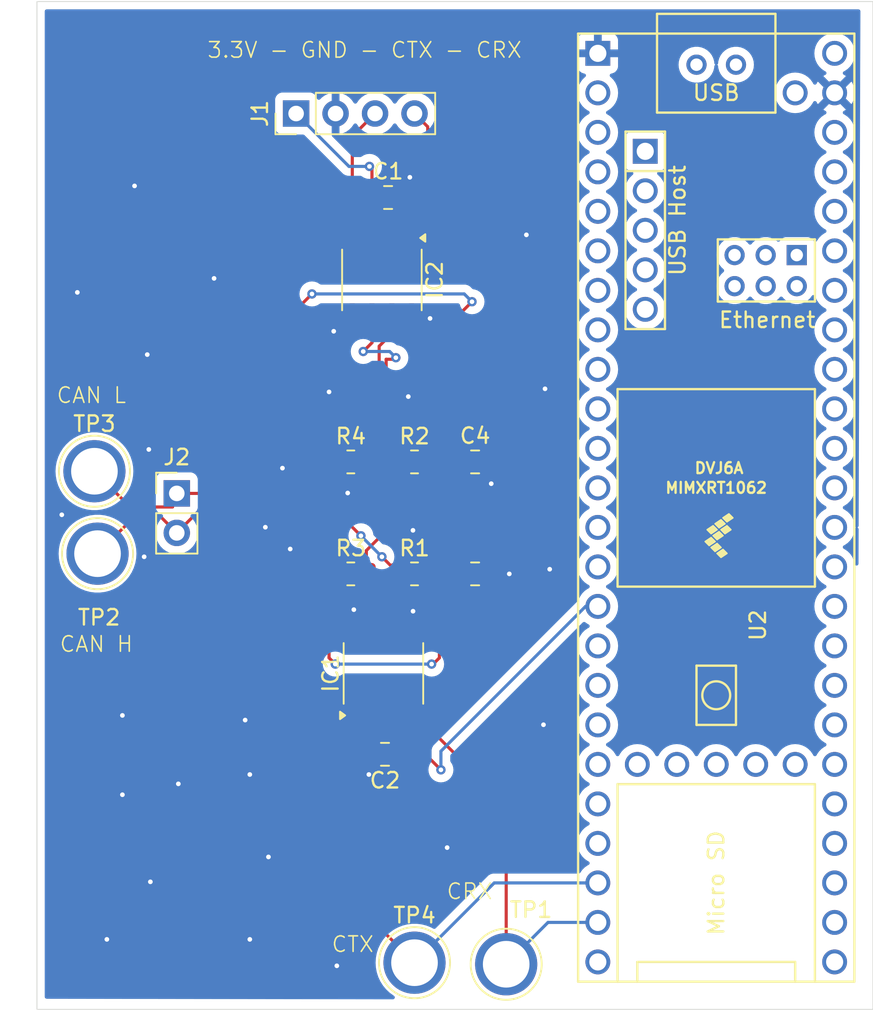
<source format=kicad_pcb>
(kicad_pcb (version 20240108) (generator "pcbnew") (generator_version "8.0")
  (layers (0 "F.Cu" signal) (1 "In1.Cu" power) (2 "In2.Cu" power) (31 "B.Cu" signal) (34 "B.Paste" user) (35 "F.Paste" user) (36 "B.SilkS" user "B.Silkscreen") (37 "F.SilkS" user "F.Silkscreen") (38 "B.Mask" user) (39 "F.Mask" user) (44 "Edge.Cuts" user))
  (net 0 "")
  (net 1 "Net-(IC2-VCC)")
  (net 2 "GND")
  (net 3 "+3.3V")
  (net 4 "CRX1")
  (net 5 "CTX1")
  (net 6 "CRX2")
  (net 7 "CTX2")
  (net 70 "Net-(C3-Pad1)")
  (net 71 "Net-(C4-Pad1)")
  (net 72 "CANN")
  (net 73 "CANP")
  (footprint "Resistor_SMD:R_0805_2012Metric_Pad1.20x1.40mm_HandSolder" (layer "F.Cu") (at 132.7 51.7)
    (property "Reference" "R1" (at 0 -1.65 0) (layer "F.SilkS"))
    (property "Value" "60")
    (fp_line (start -0.227064 -0.735) (end 0.227064 -0.735) (stroke (width 0.12)) (layer "F.SilkS"))
    (fp_line (start -0.227064 0.735) (end 0.227064 0.735) (stroke (width 0.12)) (layer "F.SilkS"))
    (pad "1" smd roundrect (at -1 0) (size 1.2 1.4) (layers "F.Cu" "F.Paste" "F.Mask") (roundrect_rratio 0.208333) (net 72 "CANN"))
    (pad "2" smd roundrect (at 1 0) (size 1.2 1.4) (layers "F.Cu" "F.Paste" "F.Mask") (roundrect_rratio 0.208333) (net 70 "Net-(C3-Pad1)"))
  )
  (footprint "Package_SO:SOIC-8_3.9x4.9mm_P1.27mm" (layer "F.Cu") (at 130.7 58.1 90)
    (property "Reference" "IC1" (at 0 -3.4 -90) (layer "F.SilkS"))
    (property "Value" "TCAN3414DR")
    (fp_line (start 0 -2.56) (end 1.95 -2.56) (stroke (width 0.12)) (layer "F.SilkS"))
    (fp_line (start 0 -2.56) (end -1.95 -2.56) (stroke (width 0.12)) (layer "F.SilkS"))
    (fp_line (start 0 2.56) (end 1.95 2.56) (stroke (width 0.12)) (layer "F.SilkS"))
    (fp_line (start 0 2.56) (end -1.95 2.56) (stroke (width 0.12)) (layer "F.SilkS"))
    (fp_poly (pts (xy -2.7 -2.465) (xy -2.94 -2.795) (xy -2.46 -2.795) (xy -2.7 -2.465)) (stroke (width 0.12)) (fill solid) (layer "F.SilkS"))
    (pad "1" smd roundrect (at -2.475 -1.905 90) (size 1.95 0.6) (layers "F.Cu" "F.Paste" "F.Mask") (net 5 "CTX1"))
    (pad "2" smd roundrect (at -2.475 -0.635 90) (size 1.95 0.6) (layers "F.Cu" "F.Paste" "F.Mask") (net 2 "GND"))
    (pad "3" smd roundrect (at -2.475 0.635 90) (size 1.95 0.6) (layers "F.Cu" "F.Paste" "F.Mask") (net 3 "+3.3V"))
    (pad "4" smd roundrect (at -2.475 1.905 90) (size 1.95 0.6) (layers "F.Cu" "F.Paste" "F.Mask") (net 4 "CRX1"))
    (pad "5" smd roundrect (at 2.475 1.905 90) (size 1.95 0.6) (layers "F.Cu" "F.Paste" "F.Mask") (net 2 "GND"))
    (pad "6" smd roundrect (at 2.475 0.635 90) (size 1.95 0.6) (layers "F.Cu" "F.Paste" "F.Mask") (net 72 "CANN"))
    (pad "7" smd roundrect (at 2.475 -0.635 90) (size 1.95 0.6) (layers "F.Cu" "F.Paste" "F.Mask") (net 73 "CANP"))
    (pad "8" smd roundrect (at 2.475 -1.905 90) (size 1.95 0.6) (layers "F.Cu" "F.Paste" "F.Mask") (net 2 "GND"))
  )
  (footprint "Resistor_SMD:R_0805_2012Metric_Pad1.20x1.40mm_HandSolder" (layer "F.Cu") (at 128.6 44.5)
    (property "Reference" "R4" (at 0 -1.65 0) (layer "F.SilkS"))
    (property "Value" "60")
    (fp_line (start -0.227064 -0.735) (end 0.227064 -0.735) (stroke (width 0.12)) (layer "F.SilkS"))
    (fp_line (start -0.227064 0.735) (end 0.227064 0.735) (stroke (width 0.12)) (layer "F.SilkS"))
    (pad "1" smd roundrect (at -1 0) (size 1.2 1.4) (layers "F.Cu" "F.Paste" "F.Mask") (roundrect_rratio 0.208333) (net 71 "Net-(C4-Pad1)"))
    (pad "2" smd roundrect (at 1 0) (size 1.2 1.4) (layers "F.Cu" "F.Paste" "F.Mask") (roundrect_rratio 0.208333) (net 73 "CANP"))
  )
  (footprint "TestPoint:TestPoint_Plated_Hole_D3.0mm" (layer "F.Cu") (at 132.7 76.7)
    (property "Reference" "TP4" (at 0 -3.048 0) (layer "F.SilkS"))
    (property "Value" "TestPoint_Probe")
    (fp_circle (center 0 0) (end 0 -2.286) (stroke (width 0.12)) (fill none) (layer "F.SilkS"))
    (pad "1" thru_hole circle (at 0 0) (size 4 4) (drill 3) (layers "*.Cu" "*.Mask") (net 5 "CTX1"))
  )
  (footprint "Capacitor_SMD:C_0805_2012Metric_Pad1.18x1.45mm_HandSolder" (layer "F.Cu") (at 131 27.5)
    (property "Reference" "C1" (at 0 -1.68 0) (layer "F.SilkS"))
    (property "Value" "0.1 uF")
    (fp_line (start -0.261252 -0.735) (end 0.261252 -0.735) (stroke (width 0.12)) (layer "F.SilkS"))
    (fp_line (start -0.261252 0.735) (end 0.261252 0.735) (stroke (width 0.12)) (layer "F.SilkS"))
    (pad "1" smd roundrect (at -1.0375 0) (size 1.175 1.45) (layers "F.Cu" "F.Paste" "F.Mask") (roundrect_rratio 0.212766) (net 1 "Net-(IC2-VCC)"))
    (pad "2" smd roundrect (at 1.0375 0) (size 1.175 1.45) (layers "F.Cu" "F.Paste" "F.Mask") (roundrect_rratio 0.212766) (net 2 "GND"))
  )
  (footprint "TestPoint:TestPoint_Plated_Hole_D3.0mm" (layer "F.Cu") (at 138.6 76.8)
    (property "Reference" "TP1" (at 1.6 -3.5 0) (layer "F.SilkS"))
    (property "Value" "TestPoint_Probe")
    (fp_circle (center 0 0) (end 0 -2.286) (stroke (width 0.12)) (fill none) (layer "F.SilkS"))
    (pad "1" thru_hole circle (at 0 0) (size 4 4) (drill 3) (layers "*.Cu" "*.Mask") (net 4 "CRX1"))
  )
  (footprint "Connector_PinHeader_2.54mm:PinHeader_1x04_P2.54mm_Vertical" (layer "F.Cu") (at 125.08 22.1 90)
    (property "Reference" "J1" (at 0 -2.33 -90) (layer "F.SilkS"))
    (property "Value" "Conn_01x04_Pin")
    (fp_line (start -1.33 -1.33) (end 0 -1.33) (stroke (width 0.12)) (layer "F.SilkS"))
    (fp_line (start -1.33 0) (end -1.33 -1.33) (stroke (width 0.12)) (layer "F.SilkS"))
    (fp_line (start 1.33 1.27) (end 1.33 8.95) (stroke (width 0.12)) (layer "F.SilkS"))
    (fp_line (start -1.33 1.27) (end 1.33 1.27) (stroke (width 0.12)) (layer "F.SilkS"))
    (fp_line (start -1.33 1.27) (end -1.33 8.95) (stroke (width 0.12)) (layer "F.SilkS"))
    (fp_line (start -1.33 8.95) (end 1.33 8.95) (stroke (width 0.12)) (layer "F.SilkS"))
    (pad "1" thru_hole rect (at 0 0 90) (size 1.7 1.7) (drill 1) (layers "*.Cu" "*.Mask") (net 1 "Net-(IC2-VCC)"))
    (pad "2" thru_hole oval (at 0 2.54 90) (size 1.7 1.7) (drill 1) (layers "*.Cu" "*.Mask") (net 2 "GND"))
    (pad "3" thru_hole oval (at 0 5.08 90) (size 1.7 1.7) (drill 1) (layers "*.Cu" "*.Mask") (net 6 "CRX2"))
    (pad "4" thru_hole oval (at 0 7.62 90) (size 1.7 1.7) (drill 1) (layers "*.Cu" "*.Mask") (net 7 "CTX2"))
  )
  (footprint "Connector_PinHeader_2.54mm:PinHeader_1x02_P2.54mm_Vertical" (layer "F.Cu") (at 117.4 46.525)
    (property "Reference" "J2" (at 0 -2.33 0) (layer "F.SilkS"))
    (property "Value" "Conn_01x02_Pin")
    (fp_line (start -1.33 -1.33) (end 0 -1.33) (stroke (width 0.12)) (layer "F.SilkS"))
    (fp_line (start -1.33 0) (end -1.33 -1.33) (stroke (width 0.12)) (layer "F.SilkS"))
    (fp_line (start -1.33 1.27) (end -1.33 3.87) (stroke (width 0.12)) (layer "F.SilkS"))
    (fp_line (start -1.33 1.27) (end 1.33 1.27) (stroke (width 0.12)) (layer "F.SilkS"))
    (fp_line (start -1.33 3.87) (end 1.33 3.87) (stroke (width 0.12)) (layer "F.SilkS"))
    (fp_line (start 1.33 1.27) (end 1.33 3.87) (stroke (width 0.12)) (layer "F.SilkS"))
    (pad "1" thru_hole rect (at 0 0) (size 1.7 1.7) (drill 1) (layers "*.Cu" "*.Mask") (net 72 "CANN"))
    (pad "2" thru_hole oval (at 0 2.54) (size 1.7 1.7) (drill 1) (layers "*.Cu" "*.Mask") (net 73 "CANP"))
  )
  (footprint "Capacitor_SMD:C_0805_2012Metric_Pad1.18x1.45mm_HandSolder" (layer "F.Cu") (at 136.6 51.7)
    (property "Reference" "C3" (hide yes))
    (property "Value" "C")
    (fp_line (start -0.261252 -0.735) (end 0.261252 -0.735) (stroke (width 0.12)) (layer "F.SilkS"))
    (fp_line (start -0.261252 0.735) (end 0.261252 0.735) (stroke (width 0.12)) (layer "F.SilkS"))
    (pad "1" smd roundrect (at -1.0375 0) (size 1.175 1.45) (layers "F.Cu" "F.Paste" "F.Mask") (roundrect_rratio 0.212766) (net 70 "Net-(C3-Pad1)"))
    (pad "2" smd roundrect (at 1.0375 0) (size 1.175 1.45) (layers "F.Cu" "F.Paste" "F.Mask") (roundrect_rratio 0.212766) (net 2 "GND"))
  )
  (footprint "Resistor_SMD:R_0805_2012Metric_Pad1.20x1.40mm_HandSolder" (layer "F.Cu") (at 128.6 51.7)
    (property "Reference" "R3" (at 0 -1.65 0) (layer "F.SilkS"))
    (property "Value" "60")
    (fp_line (start -0.227064 -0.735) (end 0.227064 -0.735) (stroke (width 0.12)) (layer "F.SilkS"))
    (fp_line (start -0.227064 0.735) (end 0.227064 0.735) (stroke (width 0.12)) (layer "F.SilkS"))
    (pad "1" smd roundrect (at -1 0) (size 1.2 1.4) (layers "F.Cu" "F.Paste" "F.Mask") (roundrect_rratio 0.208333) (net 70 "Net-(C3-Pad1)"))
    (pad "2" smd roundrect (at 1 0) (size 1.2 1.4) (layers "F.Cu" "F.Paste" "F.Mask") (roundrect_rratio 0.208333) (net 73 "CANP"))
  )
  (footprint "TestPoint:TestPoint_Plated_Hole_D3.0mm" (layer "F.Cu") (at 112.3 50.4)
    (property "Reference" "TP2" (at 0.1 4.1 0) (layer "F.SilkS"))
    (property "Value" "TestPoint_Probe")
    (fp_circle (center 0 0) (end 0 -2.286) (stroke (width 0.12)) (fill none) (layer "F.SilkS"))
    (pad "1" thru_hole circle (at 0 0) (size 4 4) (drill 3) (layers "*.Cu" "*.Mask") (net 73 "CANP"))
  )
  (footprint "Capacitor_SMD:C_0805_2012Metric_Pad1.18x1.45mm_HandSolder" (layer "F.Cu") (at 136.6 44.5)
    (property "Reference" "C4" (at 0 -1.68 0) (layer "F.SilkS"))
    (property "Value" "C")
    (fp_line (start -0.261252 -0.735) (end 0.261252 -0.735) (stroke (width 0.12)) (layer "F.SilkS"))
    (fp_line (start -0.261252 0.735) (end 0.261252 0.735) (stroke (width 0.12)) (layer "F.SilkS"))
    (pad "1" smd roundrect (at -1.0375 0) (size 1.175 1.45) (layers "F.Cu" "F.Paste" "F.Mask") (roundrect_rratio 0.212766) (net 71 "Net-(C4-Pad1)"))
    (pad "2" smd roundrect (at 1.0375 0) (size 1.175 1.45) (layers "F.Cu" "F.Paste" "F.Mask") (roundrect_rratio 0.212766) (net 2 "GND"))
  )
  (footprint "teensy:Teensy41" (layer "F.Cu") (at 152.1184 47.44 -90)
    (property "Reference" "U2" (at 7.56 -2.6816 90) (layer "F.SilkS"))
    (property "Value" "Teensy4.1")
    (fp_line (start -30.48 8.89) (end -30.48 -8.89) (stroke (width 0.15)) (layer "F.SilkS"))
    (fp_line (start 30.48 8.89) (end -30.48 8.89) (stroke (width 0.15)) (layer "F.SilkS"))
    (fp_line (start -7.62 6.35) (end 5.08 6.35) (stroke (width 0.15)) (layer "F.SilkS"))
    (fp_line (start 5.08 6.35) (end 5.08 -6.35) (stroke (width 0.15)) (layer "F.SilkS"))
    (fp_line (start 17.78 6.35) (end 30.48 6.35) (stroke (width 0.15)) (layer "F.SilkS"))
    (fp_line (start -24.1808 5.8392) (end -24.1808 3.2992) (stroke (width 0.15)) (layer "F.SilkS"))
    (fp_line (start -11.4808 5.8392) (end -24.1808 5.8392) (stroke (width 0.15)) (layer "F.SilkS"))
    (fp_line (start 29.21 5.08) (end 30.48 5.08) (stroke (width 0.15)) (layer "F.SilkS"))
    (fp_line (start -31.75 3.81) (end -31.75 -3.81) (stroke (width 0.15)) (layer "F.SilkS"))
    (fp_line (start -30.48 3.81) (end -31.75 3.81) (stroke (width 0.15)) (layer "F.SilkS"))
    (fp_line (start -25.4 3.81) (end -30.48 3.81) (stroke (width 0.15)) (layer "F.SilkS"))
    (fp_line (start -25.4 3.81) (end -25.4 -3.81) (stroke (width 0.15)) (layer "F.SilkS"))
    (fp_line (start -24.1808 3.2992) (end -21.6408 3.2992) (stroke (width 0.15)) (layer "F.SilkS"))
    (fp_line (start -24.1808 3.2992) (end -11.4808 3.2992) (stroke (width 0.15)) (layer "F.SilkS"))
    (fp_line (start -21.6408 3.2992) (end -21.6408 5.8392) (stroke (width 0.15)) (layer "F.SilkS"))
    (fp_line (start -11.4808 3.2992) (end -11.4808 5.8392) (stroke (width 0.15)) (layer "F.SilkS"))
    (fp_line (start 10.16 1.27) (end 10.16 -1.27) (stroke (width 0.15)) (layer "F.SilkS"))
    (fp_line (start 13.97 1.27) (end 10.16 1.27) (stroke (width 0.15)) (layer "F.SilkS"))
    (fp_line (start -17.25 -0.1016) (end -13.25 -0.1016) (stroke (width 0.15)) (layer "F.SilkS"))
    (fp_line (start -13.25 -0.1016) (end -13.25 -6.3516) (stroke (width 0.15)) (layer "F.SilkS"))
    (fp_line (start 10.16 -1.27) (end 13.97 -1.27) (stroke (width 0.15)) (layer "F.SilkS"))
    (fp_line (start 13.97 -1.27) (end 13.97 1.27) (stroke (width 0.15)) (layer "F.SilkS"))
    (fp_line (start -31.75 -3.81) (end -30.48 -3.81) (stroke (width 0.15)) (layer "F.SilkS"))
    (fp_line (start -25.4 -3.81) (end -30.48 -3.81) (stroke (width 0.15)) (layer "F.SilkS"))
    (fp_line (start 29.21 -5.08) (end 29.21 5.08) (stroke (width 0.15)) (layer "F.SilkS"))
    (fp_line (start 30.48 -5.08) (end 29.21 -5.08) (stroke (width 0.15)) (layer "F.SilkS"))
    (fp_line (start -17.25 -6.1016) (end -17.25 -0.1016) (stroke (width 0.15)) (layer "F.SilkS"))
    (fp_line (start -7.62 -6.35) (end -7.62 6.35) (stroke (width 0.15)) (layer "F.SilkS"))
    (fp_line (start 5.08 -6.35) (end -7.62 -6.35) (stroke (width 0.15)) (layer "F.SilkS"))
    (fp_line (start 17.78 -6.35) (end 17.78 6.35) (stroke (width 0.15)) (layer "F.SilkS"))
    (fp_line (start 30.48 -6.35) (end 17.78 -6.35) (stroke (width 0.15)) (layer "F.SilkS"))
    (fp_line (start -17.25 -6.3516) (end -17.25 -6.1016) (stroke (width 0.15)) (layer "F.SilkS"))
    (fp_line (start -13.25 -6.3516) (end -17.25 -6.3516) (stroke (width 0.15)) (layer "F.SilkS"))
    (fp_line (start -30.48 -8.89) (end 30.48 -8.89) (stroke (width 0.15)) (layer "F.SilkS"))
    (fp_line (start 30.48 -8.89) (end 30.48 8.89) (stroke (width 0.15)) (layer "F.SilkS"))
    (fp_circle (center 12.065 0) (end 12.7 -0.635) (stroke (width 0.15)) (fill none) (layer "F.SilkS"))
    (fp_poly (pts (xy 2.435 0.455) (xy 2.181 0.709) (xy 1.927 0.328) (xy 2.181 0.074)) (stroke (width 0.1)) (fill solid) (layer "F.SilkS"))
    (fp_poly (pts (xy 1.673 0.328) (xy 1.419 0.582) (xy 1.165 0.201) (xy 1.419 -0.053)) (stroke (width 0.1)) (fill solid) (layer "F.SilkS"))
    (fp_poly (pts (xy 2.816 0.074) (xy 2.562 0.328) (xy 2.308 -0.053) (xy 2.562 -0.307)) (stroke (width 0.1)) (fill solid) (layer "F.SilkS"))
    (fp_poly (pts (xy 2.054 -0.053) (xy 1.8 0.201) (xy 1.546 -0.18) (xy 1.8 -0.434)) (stroke (width 0.1)) (fill solid) (layer "F.SilkS"))
    (fp_poly (pts (xy 1.292 -0.18) (xy 1.038 0.074) (xy 0.784 -0.307) (xy 1.038 -0.561)) (stroke (width 0.1)) (fill solid) (layer "F.SilkS"))
    (fp_poly (pts (xy 3.197 -0.307) (xy 2.943 -0.053) (xy 2.689 -0.434) (xy 2.943 -0.688)) (stroke (width 0.1)) (fill solid) (layer "F.SilkS"))
    (fp_poly (pts (xy 1.673 -0.561) (xy 1.419 -0.307) (xy 1.165 -0.688) (xy 1.419 -0.942)) (stroke (width 0.1)) (fill solid) (layer "F.SilkS"))
    (fp_poly (pts (xy 0.911 -0.688) (xy 0.657 -0.434) (xy 0.403 -0.815) (xy 0.657 -1.069)) (stroke (width 0.1)) (fill solid) (layer "F.SilkS"))
    (fp_text user "Ethernet" (at -12.065 -3.2766 180) (layer "F.SilkS"))
    (fp_text user "Micro SD" (at 24.13 0 90) (layer "F.SilkS"))
    (fp_text user "USB Host" (at -18.4658 2.4892 90) (layer "F.SilkS"))
    (fp_text user "MIMXRT1062" (at -1.27 0 180) (layer "F.SilkS") (effects (font (size 0.7 0.7))))
    (fp_text user "DVJ6A" (at -2.54 -0.18 180) (layer "F.SilkS") (effects (font (size 0.7 0.7))))
    (fp_text user "USB" (at -26.67 0 180) (layer "F.SilkS"))
    (pad "1" thru_hole rect (at -29.21 7.62 270) (size 1.6 1.6) (drill 1.1) (layers "*.Cu" "*.Mask") (net 2 "GND"))
    (pad "2" thru_hole circle (at -26.67 7.62 270) (size 1.6 1.6) (drill 1.1) (layers "*.Cu" "*.Mask"))
    (pad "3" thru_hole circle (at -24.13 7.62 270) (size 1.6 1.6) (drill 1.1) (layers "*.Cu" "*.Mask"))
    (pad "4" thru_hole circle (at -21.59 7.62 270) (size 1.6 1.6) (drill 1.1) (layers "*.Cu" "*.Mask"))
    (pad "5" thru_hole circle (at -19.05 7.62 270) (size 1.6 1.6) (drill 1.1) (layers "*.Cu" "*.Mask"))
    (pad "6" thru_hole circle (at -16.51 7.62 270) (size 1.6 1.6) (drill 1.1) (layers "*.Cu" "*.Mask"))
    (pad "7" thru_hole circle (at -13.97 7.62 270) (size 1.6 1.6) (drill 1.1) (layers "*.Cu" "*.Mask"))
    (pad "8" thru_hole circle (at -11.43 7.62 270) (size 1.6 1.6) (drill 1.1) (layers "*.Cu" "*.Mask"))
    (pad "9" thru_hole circle (at -8.89 7.62 270) (size 1.6 1.6) (drill 1.1) (layers "*.Cu" "*.Mask"))
    (pad "10" thru_hole circle (at -6.35 7.62 270) (size 1.6 1.6) (drill 1.1) (layers "*.Cu" "*.Mask"))
    (pad "11" thru_hole circle (at -3.81 7.62 270) (size 1.6 1.6) (drill 1.1) (layers "*.Cu" "*.Mask"))
    (pad "12" thru_hole circle (at -1.27 7.62 270) (size 1.6 1.6) (drill 1.1) (layers "*.Cu" "*.Mask"))
    (pad "13" thru_hole circle (at 1.27 7.62 270) (size 1.6 1.6) (drill 1.1) (layers "*.Cu" "*.Mask"))
    (pad "14" thru_hole circle (at 3.81 7.62 270) (size 1.6 1.6) (drill 1.1) (layers "*.Cu" "*.Mask"))
    (pad "15" thru_hole circle (at 6.35 7.62 270) (size 1.6 1.6) (drill 1.1) (layers "*.Cu" "*.Mask") (net 3 "+3.3V"))
    (pad "16" thru_hole circle (at 8.89 7.62 270) (size 1.6 1.6) (drill 1.1) (layers "*.Cu" "*.Mask"))
    (pad "17" thru_hole circle (at 11.43 7.62 270) (size 1.6 1.6) (drill 1.1) (layers "*.Cu" "*.Mask"))
    (pad "18" thru_hole circle (at 13.97 7.62 270) (size 1.6 1.6) (drill 1.1) (layers "*.Cu" "*.Mask"))
    (pad "19" thru_hole circle (at 16.51 7.62 270) (size 1.6 1.6) (drill 1.1) (layers "*.Cu" "*.Mask"))
    (pad "20" thru_hole circle (at 19.05 7.62 270) (size 1.6 1.6) (drill 1.1) (layers "*.Cu" "*.Mask"))
    (pad "21" thru_hole circle (at 21.59 7.62 270) (size 1.6 1.6) (drill 1.1) (layers "*.Cu" "*.Mask"))
    (pad "22" thru_hole circle (at 24.13 7.62 270) (size 1.6 1.6) (drill 1.1) (layers "*.Cu" "*.Mask") (net 5 "CTX1"))
    (pad "23" thru_hole circle (at 26.67 7.62 270) (size 1.6 1.6) (drill 1.1) (layers "*.Cu" "*.Mask") (net 4 "CRX1"))
    (pad "24" thru_hole circle (at 29.21 7.62 270) (size 1.6 1.6) (drill 1.1) (layers "*.Cu" "*.Mask"))
    (pad "25" thru_hole circle (at 29.21 -7.62 270) (size 1.6 1.6) (drill 1.1) (layers "*.Cu" "*.Mask"))
    (pad "26" thru_hole circle (at 26.67 -7.62 270) (size 1.6 1.6) (drill 1.1) (layers "*.Cu" "*.Mask"))
    (pad "27" thru_hole circle (at 24.13 -7.62 270) (size 1.6 1.6) (drill 1.1) (layers "*.Cu" "*.Mask"))
    (pad "28" thru_hole circle (at 21.59 -7.62 270) (size 1.6 1.6) (drill 1.1) (layers "*.Cu" "*.Mask"))
    (pad "29" thru_hole circle (at 19.05 -7.62 270) (size 1.6 1.6) (drill 1.1) (layers "*.Cu" "*.Mask"))
    (pad "30" thru_hole circle (at 16.51 -7.62 270) (size 1.6 1.6) (drill 1.1) (layers "*.Cu" "*.Mask"))
    (pad "31" thru_hole circle (at 13.97 -7.62 270) (size 1.6 1.6) (drill 1.1) (layers "*.Cu" "*.Mask"))
    (pad "32" thru_hole circle (at 11.43 -7.62 270) (size 1.6 1.6) (drill 1.1) (layers "*.Cu" "*.Mask"))
    (pad "33" thru_hole circle (at 8.89 -7.62 270) (size 1.6 1.6) (drill 1.1) (layers "*.Cu" "*.Mask"))
    (pad "34" thru_hole circle (at 6.35 -7.62 270) (size 1.6 1.6) (drill 1.1) (layers "*.Cu" "*.Mask"))
    (pad "35" thru_hole circle (at 3.81 -7.62 270) (size 1.6 1.6) (drill 1.1) (layers "*.Cu" "*.Mask"))
    (pad "36" thru_hole circle (at 1.27 -7.62 270) (size 1.6 1.6) (drill 1.1) (layers "*.Cu" "*.Mask"))
    (pad "37" thru_hole circle (at -1.27 -7.62 270) (size 1.6 1.6) (drill 1.1) (layers "*.Cu" "*.Mask"))
    (pad "38" thru_hole circle (at -3.81 -7.62 270) (size 1.6 1.6) (drill 1.1) (layers "*.Cu" "*.Mask"))
    (pad "39" thru_hole circle (at -6.35 -7.62 270) (size 1.6 1.6) (drill 1.1) (layers "*.Cu" "*.Mask"))
    (pad "40" thru_hole circle (at -8.89 -7.62 270) (size 1.6 1.6) (drill 1.1) (layers "*.Cu" "*.Mask"))
    (pad "41" thru_hole circle (at -11.43 -7.62 270) (size 1.6 1.6) (drill 1.1) (layers "*.Cu" "*.Mask"))
    (pad "42" thru_hole circle (at -13.97 -7.62 270) (size 1.6 1.6) (drill 1.1) (layers "*.Cu" "*.Mask"))
    (pad "43" thru_hole circle (at -16.51 -7.62 270) (size 1.6 1.6) (drill 1.1) (layers "*.Cu" "*.Mask"))
    (pad "44" thru_hole circle (at -19.05 -7.62 270) (size 1.6 1.6) (drill 1.1) (layers "*.Cu" "*.Mask"))
    (pad "45" thru_hole circle (at -21.59 -7.62 270) (size 1.6 1.6) (drill 1.1) (layers "*.Cu" "*.Mask"))
    (pad "46" thru_hole circle (at -24.13 -7.62 270) (size 1.6 1.6) (drill 1.1) (layers "*.Cu" "*.Mask"))
    (pad "47" thru_hole circle (at -26.67 -7.62 270) (size 1.6 1.6) (drill 1.1) (layers "*.Cu" "*.Mask") (net 2 "GND"))
    (pad "48" thru_hole circle (at -29.21 -7.62 270) (size 1.6 1.6) (drill 1.1) (layers "*.Cu" "*.Mask"))
    (pad "49" thru_hole circle (at -26.67 -5.08 270) (size 1.6 1.6) (drill 1.1) (layers "*.Cu" "*.Mask"))
    (pad "50" thru_hole circle (at 16.51 5.08 270) (size 1.6 1.6) (drill 1.1) (layers "*.Cu" "*.Mask"))
    (pad "51" thru_hole circle (at 16.51 2.54 270) (size 1.6 1.6) (drill 1.1) (layers "*.Cu" "*.Mask"))
    (pad "52" thru_hole circle (at 16.51 0 270) (size 1.6 1.6) (drill 1.1) (layers "*.Cu" "*.Mask"))
    (pad "53" thru_hole circle (at 16.51 -2.54 270) (size 1.6 1.6) (drill 1.1) (layers "*.Cu" "*.Mask"))
    (pad "54" thru_hole circle (at 16.51 -5.08 270) (size 1.6 1.6) (drill 1.1) (layers "*.Cu" "*.Mask"))
    (pad "55" thru_hole rect (at -22.9108 4.5692 270) (size 1.6 1.6) (drill 1.1) (layers "*.Cu" "*.Mask"))
    (pad "56" thru_hole circle (at -20.3708 4.5692 270) (size 1.6 1.6) (drill 1.1) (layers "*.Cu" "*.Mask"))
    (pad "57" thru_hole circle (at -17.8308 4.5692 270) (size 1.6 1.6) (drill 1.1) (layers "*.Cu" "*.Mask"))
    (pad "58" thru_hole circle (at -15.2908 4.5692 270) (size 1.6 1.6) (drill 1.1) (layers "*.Cu" "*.Mask"))
    (pad "59" thru_hole circle (at -12.7508 4.5692 270) (size 1.6 1.6) (drill 1.1) (layers "*.Cu" "*.Mask"))
    (pad "60" thru_hole rect (at -16.24 -5.1816 270) (size 1.3 1.3) (drill 0.8) (layers "*.Cu" "*.Mask"))
    (pad "61" thru_hole circle (at -16.24 -3.1816 270) (size 1.3 1.3) (drill 0.8) (layers "*.Cu" "*.Mask"))
    (pad "62" thru_hole circle (at -16.24 -1.1816 270) (size 1.3 1.3) (drill 0.8) (layers "*.Cu" "*.Mask"))
    (pad "63" thru_hole circle (at -14.24 -1.1816 270) (size 1.3 1.3) (drill 0.8) (layers "*.Cu" "*.Mask"))
    (pad "64" thru_hole circle (at -14.24 -3.1816 270) (size 1.3 1.3) (drill 0.8) (layers "*.Cu" "*.Mask"))
    (pad "65" thru_hole circle (at -14.24 -5.1816 270) (size 1.3 1.3) (drill 0.8) (layers "*.Cu" "*.Mask"))
    (pad "66" thru_hole circle (at -28.48 -1.27 270) (size 1.3 1.3) (drill 0.8) (layers "*.Cu" "*.Mask"))
    (pad "67" thru_hole circle (at -28.48 1.27 270) (size 1.3 1.3) (drill 0.8) (layers "*.Cu" "*.Mask"))
  )
  (footprint "TestPoint:TestPoint_Plated_Hole_D3.0mm" (layer "F.Cu") (at 112.1 45.1)
    (property "Reference" "TP3" (at 0 -3.048 0) (layer "F.SilkS"))
    (property "Value" "TestPoint_Probe")
    (fp_circle (center 0 0) (end 0 -2.286) (stroke (width 0.12)) (fill none) (layer "F.SilkS"))
    (pad "1" thru_hole circle (at 0 0) (size 4 4) (drill 3) (layers "*.Cu" "*.Mask") (net 72 "CANN"))
  )
  (footprint "Package_SO:SOIC-8_3.9x4.9mm_P1.27mm" (layer "F.Cu") (at 130.6 32.8 -90)
    (property "Reference" "IC2" (at 0 -3.4 90) (layer "F.SilkS"))
    (property "Value" "TCAN3414DR")
    (fp_line (start 0 2.56) (end -1.95 2.56) (stroke (width 0.12)) (layer "F.SilkS"))
    (fp_line (start 0 2.56) (end 1.95 2.56) (stroke (width 0.12)) (layer "F.SilkS"))
    (fp_line (start 0 -2.56) (end -1.95 -2.56) (stroke (width 0.12)) (layer "F.SilkS"))
    (fp_line (start 0 -2.56) (end 1.95 -2.56) (stroke (width 0.12)) (layer "F.SilkS"))
    (fp_poly (pts (xy -2.7 -2.465) (xy -2.94 -2.795) (xy -2.46 -2.795) (xy -2.7 -2.465)) (stroke (width 0.12)) (fill solid) (layer "F.SilkS"))
    (pad "1" smd roundrect (at -2.475 -1.905 270) (size 1.95 0.6) (layers "F.Cu" "F.Paste" "F.Mask") (net 7 "CTX2"))
    (pad "2" smd roundrect (at -2.475 -0.635 270) (size 1.95 0.6) (layers "F.Cu" "F.Paste" "F.Mask") (net 2 "GND"))
    (pad "3" smd roundrect (at -2.475 0.635 270) (size 1.95 0.6) (layers "F.Cu" "F.Paste" "F.Mask") (net 1 "Net-(IC2-VCC)"))
    (pad "4" smd roundrect (at -2.475 1.905 270) (size 1.95 0.6) (layers "F.Cu" "F.Paste" "F.Mask") (net 6 "CRX2"))
    (pad "5" smd roundrect (at 2.475 1.905 270) (size 1.95 0.6) (layers "F.Cu" "F.Paste" "F.Mask") (net 2 "GND"))
    (pad "6" smd roundrect (at 2.475 0.635 270) (size 1.95 0.6) (layers "F.Cu" "F.Paste" "F.Mask") (net 72 "CANN"))
    (pad "7" smd roundrect (at 2.475 -0.635 270) (size 1.95 0.6) (layers "F.Cu" "F.Paste" "F.Mask") (net 73 "CANP"))
    (pad "8" smd roundrect (at 2.475 -1.905 270) (size 1.95 0.6) (layers "F.Cu" "F.Paste" "F.Mask") (net 2 "GND"))
  )
  (footprint "Resistor_SMD:R_0805_2012Metric_Pad1.20x1.40mm_HandSolder" (layer "F.Cu") (at 132.7 44.5)
    (property "Reference" "R2" (at 0 -1.65 0) (layer "F.SilkS"))
    (property "Value" "60")
    (fp_line (start -0.227064 -0.735) (end 0.227064 -0.735) (stroke (width 0.12)) (layer "F.SilkS"))
    (fp_line (start -0.227064 0.735) (end 0.227064 0.735) (stroke (width 0.12)) (layer "F.SilkS"))
    (pad "1" smd roundrect (at -1 0) (size 1.2 1.4) (layers "F.Cu" "F.Paste" "F.Mask") (roundrect_rratio 0.208333) (net 72 "CANN"))
    (pad "2" smd roundrect (at 1 0) (size 1.2 1.4) (layers "F.Cu" "F.Paste" "F.Mask") (roundrect_rratio 0.208333) (net 71 "Net-(C4-Pad1)"))
  )
  (footprint "Capacitor_SMD:C_0805_2012Metric_Pad1.18x1.45mm_HandSolder" (layer "F.Cu") (at 130.8 63.3 180)
    (property "Reference" "C2" (at 0 -1.68 180) (layer "F.SilkS"))
    (property "Value" "0.1 uF")
    (fp_line (start -0.261252 0.735) (end 0.261252 0.735) (stroke (width 0.12)) (layer "F.SilkS"))
    (fp_line (start -0.261252 -0.735) (end 0.261252 -0.735) (stroke (width 0.12)) (layer "F.SilkS"))
    (pad "1" smd roundrect (at -1.0375 0 180) (size 1.175 1.45) (layers "F.Cu" "F.Paste" "F.Mask") (roundrect_rratio 0.212766) (net 3 "+3.3V"))
    (pad "2" smd roundrect (at 1.0375 0 180) (size 1.175 1.45) (layers "F.Cu" "F.Paste" "F.Mask") (roundrect_rratio 0.212766) (net 2 "GND"))
  )
  (gr_rect (start 108.4 14.9) (end 162.2 79.7) (stroke (width 0.05)) (fill none) (layer "Edge.Cuts"))
  (gr_text "CAN L\n" (at 109.6 40.8 0) (layer "F.SilkS") (effects (font (size 1 1) (thickness 0.1)) (justify left bottom)))
  (gr_text "CTX" (at 127.3 76.1 0) (layer "F.SilkS") (effects (font (size 1 1) (thickness 0.1)) (justify left bottom)))
  (gr_text "CAN H\n" (at 109.8 56.8 0) (layer "F.SilkS") (effects (font (size 1 1) (thickness 0.1)) (justify left bottom)))
  (gr_text "3.3V - GND - CTX - CRX" (at 119.3 18.6 0) (layer "F.SilkS") (effects (font (size 1 1) (thickness 0.1)) (justify left bottom)))
  (gr_text "CRX" (at 134.7 72.7 0) (layer "F.SilkS") (effects (font (size 1 1) (thickness 0.1)) (justify left bottom)))
  (segment (start 129.8 25.5) (end 129.9625 25.6625) (width 0.2) (layer "F.Cu") (net 1))
  (segment (start 129.965 27.5025) (end 129.9625 27.5) (width 0.2) (layer "F.Cu") (net 1))
  (segment (start 129.9625 25.6625) (end 129.9625 27.5) (width 0.2) (layer "F.Cu") (net 1))
  (segment (start 129.965 30.325) (end 129.965 27.5025) (width 0.2) (layer "F.Cu") (net 1))
  (via (at 129.8 25.5) (size 0.6) (drill 0.3) (layers "F.Cu" "B.Cu") (net 1))
  (segment (start 128.48 25.5) (end 125.08 22.1) (width 0.2) (layer "B.Cu") (net 1))
  (segment (start 129.8 25.5) (end 128.48 25.5) (width 0.2) (layer "B.Cu") (net 1))
  (segment (start 130.065 60.575) (end 130.065 62.9975) (width 0.2) (layer "F.Cu") (net 2))
  (segment (start 131.235 30.325) (end 131.235 28.3025) (width 0.2) (layer "F.Cu") (net 2))
  (segment (start 127.5 36.1) (end 127.87 36.1) (width 0.2) (layer "F.Cu") (net 2))
  (segment (start 137.6375 45.9) (end 137.6375 44.5) (width 0.2) (layer "F.Cu") (net 2))
  (segment (start 131.235 28.3025) (end 132.0375 27.5) (width 0.2) (layer "F.Cu") (net 2))
  (segment (start 128.795 54) (end 128.795 55.625) (width 0.2) (layer "F.Cu") (net 2))
  (segment (start 127.87 36.1) (end 128.695 35.275) (width 0.2) (layer "F.Cu") (net 2))
  (segment (start 129.7625 64.6) (end 129.7625 63.3) (width 0.2) (layer "F.Cu") (net 2))
  (segment (start 138.8 51.7) (end 137.6375 51.7) (width 0.2) (layer "F.Cu") (net 2))
  (segment (start 130.065 62.9975) (end 129.7625 63.3) (width 0.2) (layer "F.Cu") (net 2))
  (segment (start 132.0375 26.5625) (end 132.0375 27.5) (width 0.2) (layer "F.Cu") (net 2))
  (segment (start 132.4 26.2) (end 132.0375 26.5625) (width 0.2) (layer "F.Cu") (net 2))
  (segment (start 132.605 54.1) (end 132.605 55.625) (width 0.2) (layer "F.Cu") (net 2))
  (segment (start 133.7 35.275) (end 132.505 35.275) (width 0.2) (layer "F.Cu") (net 2))
  (via (at 123.1 48.7) (size 0.6) (drill 0.3) (layers "F.Cu" "B.Cu") (net 2))
  (via (at 134.8 69.3) (size 0.6) (drill 0.3) (layers "F.Cu" "B.Cu") (net 2))
  (via (at 115.5 37.6) (size 0.6) (drill 0.3) (layers "F.Cu" "B.Cu") (net 2))
  (via (at 128.4 46.5) (size 0.6) (drill 0.3) (layers "F.Cu" "B.Cu") (net 2))
  (via (at 110 47.9) (size 0.6) (drill 0.3) (layers "F.Cu" "B.Cu") (net 2))
  (via (at 141.4 51.4) (size 0.6) (drill 0.3) (layers "F.Cu" "B.Cu") (net 2))
  (via (at 115.3 50.6) (size 0.6) (drill 0.3) (layers "F.Cu" "B.Cu") (net 2))
  (via (at 139.9 29.9) (size 0.6) (drill 0.3) (layers "F.Cu" "B.Cu") (net 2))
  (via (at 132.3 40.3) (size 0.6) (drill 0.3) (layers "F.Cu" "B.Cu") (net 2))
  (via (at 124.2 44.9) (size 0.6) (drill 0.3) (layers "F.Cu" "B.Cu") (net 2))
  (via (at 113.9 60.8) (size 0.6) (drill 0.3) (layers "F.Cu" "B.Cu") (net 2))
  (via (at 114.682449 26.754702) (size 0.6) (drill 0.3) (layers "F.Cu" "B.Cu") (net 2))
  (via (at 132.4 26.2) (size 0.6) (drill 0.3) (layers "F.Cu" "B.Cu") (net 2))
  (via (at 141 61.4) (size 0.6) (drill 0.3) (layers "F.Cu" "B.Cu") (net 2))
  (via (at 132.6 48.9) (size 0.6) (drill 0.3) (layers "F.Cu" "B.Cu") (net 2))
  (via (at 127.2 40) (size 0.6) (drill 0.3) (layers "F.Cu" "B.Cu") (net 2))
  (via (at 121.8 61.1) (size 0.6) (drill 0.3) (layers "F.Cu" "B.Cu") (net 2))
  (via (at 119.8 32.7) (size 0.6) (drill 0.3) (layers "F.Cu" "B.Cu") (net 2))
  (via (at 113.9 65.9) (size 0.6) (drill 0.3) (layers "F.Cu" "B.Cu") (net 2))
  (via (at 124.7 50.1) (size 0.6) (drill 0.3) (layers "F.Cu" "B.Cu") (net 2))
  (via (at 138.8 51.7) (size 0.6) (drill 0.3) (layers "F.Cu" "B.Cu") (net 2))
  (via (at 112.9 75.2) (size 0.6) (drill 0.3) (layers "F.Cu" "B.Cu") (net 2))
  (via (at 129.7625 64.6) (size 0.6) (drill 0.3) (layers "F.Cu" "B.Cu") (net 2))
  (via (at 128.795 54) (size 0.6) (drill 0.3) (layers "F.Cu" "B.Cu") (net 2))
  (via (at 115.7 71.5) (size 0.6) (drill 0.3) (layers "F.Cu" "B.Cu") (net 2))
  (via (at 133.7 35.275) (size 0.6) (drill 0.3) (layers "F.Cu" "B.Cu") (net 2))
  (via (at 115.6 43.7) (size 0.6) (drill 0.3) (layers "F.Cu" "B.Cu") (net 2))
  (via (at 137.6375 45.9) (size 0.6) (drill 0.3) (layers "F.Cu" "B.Cu") (net 2))
  (via (at 123.3 69.9) (size 0.6) (drill 0.3) (layers "F.Cu" "B.Cu") (net 2))
  (via (at 127.5 36.1) (size 0.6) (drill 0.3) (layers "F.Cu" "B.Cu") (net 2))
  (via (at 122.1 75.2) (size 0.6) (drill 0.3) (layers "F.Cu" "B.Cu") (net 2))
  (via (at 111 33.6) (size 0.6) (drill 0.3) (layers "F.Cu" "B.Cu") (net 2))
  (via (at 117.5 65.2) (size 0.6) (drill 0.3) (layers "F.Cu" "B.Cu") (net 2))
  (via (at 122.1 64.6) (size 0.6) (drill 0.3) (layers "F.Cu" "B.Cu") (net 2))
  (via (at 132.605 54.1) (size 0.6) (drill 0.3) (layers "F.Cu" "B.Cu") (net 2))
  (via (at 141.1 39.8) (size 0.6) (drill 0.3) (layers "F.Cu" "B.Cu") (net 2))
  (via (at 127.7 76.9) (size 0.6) (drill 0.3) (layers "F.Cu" "B.Cu") (net 2))
  (segment (start 131.335 62.7975) (end 131.8375 63.3) (width 0.2) (layer "F.Cu") (net 3))
  (segment (start 131.335 60.575) (end 131.335 62.7975) (width 0.2) (layer "F.Cu") (net 3))
  (segment (start 133.4 63.3) (end 134.4 64.3) (width 0.2) (layer "F.Cu") (net 3))
  (segment (start 131.8375 63.3) (end 133.4 63.3) (width 0.2) (layer "F.Cu") (net 3))
  (via (at 134.4 64.3) (size 0.6) (drill 0.3) (layers "F.Cu" "B.Cu") (net 3))
  (segment (start 143.71 53.79) (end 144.4984 53.79) (width 0.2) (layer "B.Cu") (net 3))
  (segment (start 134.4 64.3) (end 134.4 63.1) (width 0.2) (layer "B.Cu") (net 3))
  (segment (start 134.4 63.1) (end 143.71 53.79) (width 0.2) (layer "B.Cu") (net 3))
  (segment (start 132.605 60.575) (end 138.6 66.57) (width 0.2) (layer "F.Cu") (net 4))
  (segment (start 138.6 66.57) (end 138.6 76.8) (width 0.2) (layer "F.Cu") (net 4))
  (segment (start 141.29 74.11) (end 144.4984 74.11) (width 0.2) (layer "B.Cu") (net 4))
  (segment (start 138.6 76.8) (end 141.29 74.11) (width 0.2) (layer "B.Cu") (net 4))
  (segment (start 128.795 72.795) (end 132.7 76.7) (width 0.2) (layer "F.Cu") (net 5))
  (segment (start 128.795 60.575) (end 128.795 72.795) (width 0.2) (layer "F.Cu") (net 5))
  (segment (start 132.7 76.7) (end 137.83 71.57) (width 0.2) (layer "B.Cu") (net 5))
  (segment (start 132.7 76.7) (end 132.7 76.6) (width 0.2) (layer "B.Cu") (net 5))
  (segment (start 137.83 71.57) (end 144.4984 71.57) (width 0.2) (layer "B.Cu") (net 5))
  (segment (start 132.7 76.6) (end 132.3 76.2) (width 0.2) (layer "B.Cu") (net 5))
  (segment (start 128.695 23.565) (end 130.16 22.1) (width 0.2) (layer "F.Cu") (net 6))
  (segment (start 128.695 30.325) (end 128.695 23.565) (width 0.2) (layer "F.Cu") (net 6))
  (segment (start 133.55 29.28) (end 133.55 22.95) (width 0.2) (layer "F.Cu") (net 7))
  (segment (start 133.55 22.95) (end 132.7 22.1) (width 0.2) (layer "F.Cu") (net 7))
  (segment (start 132.505 30.325) (end 133.55 29.28) (width 0.2) (layer "F.Cu") (net 7))
  (segment (start 133.8 57.5) (end 133.9 57.5) (width 0.2) (layer "F.Cu") (net 70))
  (segment (start 134.3 52.3) (end 133.7 51.7) (width 0.2) (layer "F.Cu") (net 70))
  (segment (start 127.2 52.1) (end 127.2 57.1) (width 0.2) (layer "F.Cu") (net 70))
  (segment (start 127.2 57.1) (end 127.6 57.5) (width 0.2) (layer "F.Cu") (net 70))
  (segment (start 127.6 51.7) (end 127.2 52.1) (width 0.2) (layer "F.Cu") (net 70))
  (segment (start 133.7 51.7) (end 135.5625 51.7) (width 0.2) (layer "F.Cu") (net 70))
  (segment (start 134.3 57.1) (end 134.3 52.3) (width 0.2) (layer "F.Cu") (net 70))
  (segment (start 133.9 57.5) (end 134.3 57.1) (width 0.2) (layer "F.Cu") (net 70))
  (via (at 133.8 57.5) (size 0.6) (drill 0.3) (layers "F.Cu" "B.Cu") (net 70))
  (via (at 127.6 57.5) (size 0.6) (drill 0.3) (layers "F.Cu" "B.Cu") (net 70))
  (segment (start 127.6 57.5) (end 133.8 57.5) (width 0.2) (layer "B.Cu") (net 70))
  (segment (start 133.7 36.9) (end 133.7 44.5) (width 0.2) (layer "F.Cu") (net 71))
  (segment (start 125.2 34.6) (end 126.1 33.7) (width 0.2) (layer "F.Cu") (net 71))
  (segment (start 136.4 34.2) (end 133.7 36.9) (width 0.2) (layer "F.Cu") (net 71))
  (segment (start 133.7 44.5) (end 135.5625 44.5) (width 0.2) (layer "F.Cu") (net 71))
  (segment (start 127.6 44.5) (end 125.2 42.1) (width 0.2) (layer "F.Cu") (net 71))
  (segment (start 125.2 42.1) (end 125.2 34.6) (width 0.2) (layer "F.Cu") (net 71))
  (via (at 136.4 34.2) (size 0.6) (drill 0.3) (layers "F.Cu" "B.Cu") (net 71))
  (via (at 126.1 33.7) (size 0.6) (drill 0.3) (layers "F.Cu" "B.Cu") (net 71))
  (segment (start 135.9 33.7) (end 126.1 33.7) (width 0.2) (layer "B.Cu") (net 71))
  (segment (start 136.4 34.2) (end 135.9 33.7) (width 0.2) (layer "B.Cu") (net 71))
  (segment (start 114.398879 47.398879) (end 117.129455 47.398879) (width 0.2) (layer "F.Cu") (net 72))
  (segment (start 130.875 37.9) (end 130.875 42.624999) (width 0.2) (layer "F.Cu") (net 72))
  (segment (start 130.875 49.575) (end 130.875 45.425) (width 0.2) (layer "F.Cu") (net 72))
  (segment (start 131.7 50.4) (end 130.875 49.575) (width 0.2) (layer "F.Cu") (net 72))
  (segment (start 112.1 45.1) (end 114.398879 47.398879) (width 0.2) (layer "F.Cu") (net 72))
  (segment (start 131.7 51.7) (end 131.7 50.4) (width 0.2) (layer "F.Cu") (net 72))
  (segment (start 129.4 37.4) (end 129.965 36.835) (width 0.2) (layer "F.Cu") (net 72))
  (segment (start 129.965 36.835) (end 129.965 35.275) (width 0.2) (layer "F.Cu") (net 72))
  (segment (start 131.335 54.162499) (end 130.875 53.702499) (width 0.2) (layer "F.Cu") (net 72))
  (segment (start 131.7 43.449999) (end 131.7 44.5) (width 0.2) (layer "F.Cu") (net 72))
  (segment (start 130.875 53.702499) (end 130.875 52.625) (width 0.2) (layer "F.Cu") (net 72))
  (segment (start 130.875 45.425) (end 131.7 44.6) (width 0.2) (layer "F.Cu") (net 72))
  (segment (start 130.875 42.624999) (end 131.7 43.449999) (width 0.2) (layer "F.Cu") (net 72))
  (segment (start 130.875 52.625) (end 131.7 51.8) (width 0.2) (layer "F.Cu") (net 72))
  (segment (start 131.7 44.6) (end 131.7 44.5) (width 0.2) (layer "F.Cu") (net 72))
  (segment (start 131.4 37.9) (end 130.875 37.9) (width 0.2) (layer "F.Cu") (net 72))
  (segment (start 131.5 37.8) (end 131.4 37.9) (width 0.2) (layer "F.Cu") (net 72))
  (segment (start 131.7 51.7) (end 130.6 50.6) (width 0.2) (layer "F.Cu") (net 72))
  (segment (start 131.7 51.8) (end 131.7 51.7) (width 0.2) (layer "F.Cu") (net 72))
  (segment (start 126.525 46.525) (end 117.4 46.525) (width 0.2) (layer "F.Cu") (net 72))
  (segment (start 129.25 49.25) (end 126.525 46.525) (width 0.2) (layer "F.Cu") (net 72))
  (segment (start 131.335 55.625) (end 131.335 54.162499) (width 0.2) (layer "F.Cu") (net 72))
  (via (at 130.6 50.6) (size 0.6) (drill 0.3) (layers "F.Cu" "B.Cu") (net 72))
  (via (at 129.25 49.25) (size 0.6) (drill 0.3) (layers "F.Cu" "B.Cu") (net 72))
  (via (at 131.5 37.8) (size 0.6) (drill 0.3) (layers "F.Cu" "B.Cu") (net 72))
  (via (at 129.4 37.4) (size 0.6) (drill 0.3) (layers "F.Cu" "B.Cu") (net 72))
  (segment (start 129.4 37.4) (end 131.1 37.4) (width 0.2) (layer "B.Cu") (net 72))
  (segment (start 131.1 37.4) (end 131.5 37.8) (width 0.2) (layer "B.Cu") (net 72))
  (segment (start 130.6 50.6) (end 129.25 49.25) (width 0.2) (layer "B.Cu") (net 72))
  (segment (start 129.6 51.7) (end 128.2 50.3) (width 0.2) (layer "F.Cu") (net 73))
  (segment (start 130.475 52.675) (end 129.6 51.8) (width 0.2) (layer "F.Cu") (net 73))
  (segment (start 129.455 40.82) (end 129.455 40.9) (width 0.2) (layer "F.Cu") (net 73))
  (segment (start 129.455 39.22) (end 129.455 39.3) (width 0.2) (layer "F.Cu") (net 73))
  (segment (start 130.425 42.624999) (end 129.6 43.449999) (width 0.2) (layer "F.Cu") (net 73))
  (segment (start 129.615 40.26) (end 130.265 40.26) (width 0.2) (layer "F.Cu") (net 73))
  (segment (start 131.235 36.249999) (end 130.425 37.059999) (width 0.2) (layer "F.Cu") (net 73))
  (segment (start 130.265 40.66) (end 129.615 40.66) (width 0.2) (layer "F.Cu") (net 73))
  (segment (start 130.425 41.22) (end 130.425 41.3) (width 0.2) (layer "F.Cu") (net 73))
  (segment (start 129.6 44.6) (end 129.7 44.5) (width 0.2) (layer "F.Cu") (net 73))
  (segment (start 130.425 40.42) (end 130.425 40.5) (width 0.2) (layer "F.Cu") (net 73))
  (segment (start 130.425 39.62) (end 130.425 39.7) (width 0.2) (layer "F.Cu") (net 73))
  (segment (start 130.265 39.86) (end 129.615 39.86) (width 0.2) (layer "F.Cu") (net 73))
  (segment (start 130.065 55.625) (end 130.065 54.162499) (width 0.2) (layer "F.Cu") (net 73))
  (segment (start 131.235 35.275) (end 131.235 36.249999) (width 0.2) (layer "F.Cu") (net 73))
  (segment (start 126.359314 46.925) (end 119.54 46.925) (width 0.2) (layer "F.Cu") (net 73))
  (segment (start 116.410001 48.075001) (end 117.4 49.065) (width 0.2) (layer "F.Cu") (net 73))
  (segment (start 129.455 40.02) (end 129.455 40.1) (width 0.2) (layer "F.Cu") (net 73))
  (segment (start 129.6 43.449999) (end 129.6 44.5) (width 0.2) (layer "F.Cu") (net 73))
  (segment (start 129.615 39.46) (end 130.265 39.46) (width 0.2) (layer "F.Cu") (net 73))
  (segment (start 128.2 50.3) (end 128.2 48.765686) (width 0.2) (layer "F.Cu") (net 73))
  (segment (start 129.6 44.6) (end 129.6 44.5) (width 0.2) (layer "F.Cu") (net 73))
  (segment (start 130.425 41.3) (end 130.425 41.4) (width 0.2) (layer "F.Cu") (net 73))
  (segment (start 130.425 41.4) (end 130.425 42.624999) (width 0.2) (layer "F.Cu") (net 73))
  (segment (start 130.065 54.162499) (end 130.475 53.752499) (width 0.2) (layer "F.Cu") (net 73))
  (segment (start 128.2 48.765686) (end 126.359314 46.925) (width 0.2) (layer "F.Cu") (net 73))
  (segment (start 129.6 51.8) (end 129.6 51.7) (width 0.2) (layer "F.Cu") (net 73))
  (segment (start 114.624999 48.075001) (end 116.410001 48.075001) (width 0.2) (layer "F.Cu") (net 73))
  (segment (start 119.54 46.925) (end 117.4 49.065) (width 0.2) (layer "F.Cu") (net 73))
  (segment (start 130.425 49.375) (end 130.425 45.425) (width 0.2) (layer "F.Cu") (net 73))
  (segment (start 130.425 45.425) (end 129.6 44.6) (width 0.2) (layer "F.Cu") (net 73))
  (segment (start 129.615 41.06) (end 130.265 41.06) (width 0.2) (layer "F.Cu") (net 73))
  (segment (start 130.265 39.06) (end 129.615 39.06) (width 0.2) (layer "F.Cu") (net 73))
  (segment (start 112.3 50.4) (end 114.624999 48.075001) (width 0.2) (layer "F.Cu") (net 73))
  (segment (start 130.425 37.059999) (end 130.425 38.9) (width 0.2) (layer "F.Cu") (net 73))
  (segment (start 129.6 50.2) (end 130.425 49.375) (width 0.2) (layer "F.Cu") (net 73))
  (segment (start 130.475 53.752499) (end 130.475 52.675) (width 0.2) (layer "F.Cu") (net 73))
  (segment (start 129.6 51.7) (end 129.6 50.2) (width 0.2) (layer "F.Cu") (net 73))
  (arc (start 130.265 41.06) (mid 130.378137 41.106863) (end 130.425 41.22) (width 0.2) (layer "F.Cu") (net 73))
  (arc (start 129.455 40.1) (mid 129.501863 40.213137) (end 129.615 40.26) (width 0.2) (layer "F.Cu") (net 73))
  (arc (start 129.455 39.3) (mid 129.501863 39.413137) (end 129.615 39.46) (width 0.2) (layer "F.Cu") (net 73))
  (arc (start 130.425 39.7) (mid 130.378137 39.813137) (end 130.265 39.86) (width 0.2) (layer "F.Cu") (net 73))
  (arc (start 129.455 40.9) (mid 129.501863 41.013137) (end 129.615 41.06) (width 0.2) (layer "F.Cu") (net 73))
  (arc (start 130.265 39.46) (mid 130.378137 39.506863) (end 130.425 39.62) (width 0.2) (layer "F.Cu") (net 73))
  (arc (start 129.615 40.66) (mid 129.501863 40.706863) (end 129.455 40.82) (width 0.2) (layer "F.Cu") (net 73))
  (arc (start 130.265 40.26) (mid 130.378137 40.306863) (end 130.425 40.42) (width 0.2) (layer "F.Cu") (net 73))
  (arc (start 129.615 39.86) (mid 129.501863 39.906863) (end 129.455 40.02) (width 0.2) (layer "F.Cu") (net 73))
  (arc (start 130.425 40.5) (mid 130.378137 40.613137) (end 130.265 40.66) (width 0.2) (layer "F.Cu") (net 73))
  (arc (start 129.615 39.06) (mid 129.501863 39.106863) (end 129.455 39.22) (width 0.2) (layer "F.Cu") (net 73))
  (arc (start 130.425 38.9) (mid 130.378137 39.013137) (end 130.265 39.06) (width 0.2) (layer "F.Cu") (net 73))
  (zone (net 2) (net_name "GND") (layers "In1.Cu" "In2.Cu" "B.Cu") (connect_pads (clearance 0.5)) (min_thickness 0.25) (fill yes (thermal_gap 0.5) (thermal_bridge_width 0.5))
    (polygon (pts (xy 108.48354 15.019502) (xy 108.408576 79.018854) (xy 161.176992 79.10228) (xy 161.4 14.8)))
  )
)
</source>
